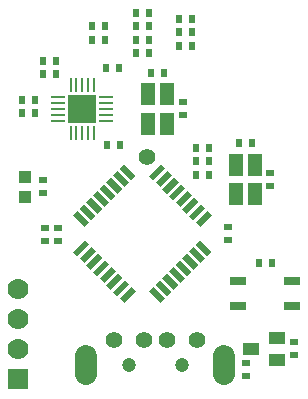
<source format=gts>
From b7320a6b586e8cf12ea126e7ed4320e6d9f53e99 Mon Sep 17 00:00:00 2001
From: opiopan <opiopan@gmail.com>
Date: Mon, 1 Apr 2019 21:26:26 +0900
Subject: add examples

---
 examples/inputs/rcstick-f.GTS | 393 ++++++++++++++++++++++++++++++++++++++++++
 1 file changed, 393 insertions(+)
 create mode 100644 examples/inputs/rcstick-f.GTS

(limited to 'examples/inputs/rcstick-f.GTS')

diff --git a/examples/inputs/rcstick-f.GTS b/examples/inputs/rcstick-f.GTS
new file mode 100644
index 0000000..eb6b2e0
--- /dev/null
+++ b/examples/inputs/rcstick-f.GTS
@@ -0,0 +1,393 @@
+G04 EAGLE Gerber RS-274X export*
+G75*
+%MOMM*%
+%FSLAX34Y34*%
+%LPD*%
+%INSolder Mask top*%
+%IPPOS*%
+%AMOC8*
+5,1,8,0,0,1.08239X$1,22.5*%
+G01*
+%ADD10R,0.700000X0.600000*%
+%ADD11R,0.600000X0.700000*%
+%ADD12C,1.420000*%
+%ADD13C,1.900000*%
+%ADD14C,1.200000*%
+%ADD15R,1.778000X1.778000*%
+%ADD16C,1.778000*%
+%ADD17R,1.080000X1.050000*%
+%ADD18R,1.450000X0.650000*%
+%ADD19R,0.540000X1.400000*%
+%ADD20R,0.280000X1.260000*%
+%ADD21R,1.260000X0.280000*%
+%ADD22R,2.400000X2.400000*%
+%ADD23R,1.400000X1.000000*%
+%ADD24R,1.200000X1.900000*%
+%ADD25C,1.400000*%
+
+
+D10*
+X214630Y29630D03*
+X214630Y18630D03*
+D11*
+X172300Y189230D03*
+X183300Y189230D03*
+X97370Y214630D03*
+X108370Y214630D03*
+X35980Y241300D03*
+X24980Y241300D03*
+X53760Y285750D03*
+X42760Y285750D03*
+X96100Y279400D03*
+X107100Y279400D03*
+X53760Y274320D03*
+X42760Y274320D03*
+D10*
+X255270Y47410D03*
+X255270Y36410D03*
+D11*
+X134200Y275590D03*
+X145200Y275590D03*
+D10*
+X161290Y239610D03*
+X161290Y250610D03*
+D11*
+X84670Y314960D03*
+X95670Y314960D03*
+X84670Y303530D03*
+X95670Y303530D03*
+X121500Y292100D03*
+X132500Y292100D03*
+X121500Y314960D03*
+X132500Y314960D03*
+X158330Y298450D03*
+X169330Y298450D03*
+X169330Y321310D03*
+X158330Y321310D03*
+D10*
+X199390Y145200D03*
+X199390Y134200D03*
+X55880Y132930D03*
+X55880Y143930D03*
+X44450Y132930D03*
+X44450Y143930D03*
+X234950Y179920D03*
+X234950Y190920D03*
+D11*
+X209130Y215900D03*
+X220130Y215900D03*
+X172300Y212090D03*
+X183300Y212090D03*
+X172300Y200660D03*
+X183300Y200660D03*
+D12*
+X173000Y49120D03*
+X148000Y49120D03*
+X128000Y49120D03*
+X103000Y49120D03*
+D13*
+X79500Y35620D02*
+X79500Y20620D01*
+X196500Y20620D02*
+X196500Y35620D01*
+D14*
+X115500Y28120D03*
+X160500Y28120D03*
+D15*
+X21590Y16510D03*
+D16*
+X21590Y41910D03*
+X21590Y67310D03*
+X21590Y92710D03*
+D11*
+X132500Y326390D03*
+X121500Y326390D03*
+X132500Y303530D03*
+X121500Y303530D03*
+X169330Y309880D03*
+X158330Y309880D03*
+D17*
+X27940Y187820D03*
+X27940Y170320D03*
+D11*
+X236640Y114300D03*
+X225640Y114300D03*
+X24980Y252730D03*
+X35980Y252730D03*
+D10*
+X43180Y184570D03*
+X43180Y173570D03*
+D18*
+X208390Y99650D03*
+X253890Y99650D03*
+X208390Y78150D03*
+X253890Y78150D03*
+D19*
+G36*
+X182012Y158932D02*
+X185830Y155114D01*
+X175932Y145216D01*
+X172114Y149034D01*
+X182012Y158932D01*
+G37*
+G36*
+X176355Y164589D02*
+X180173Y160771D01*
+X170275Y150873D01*
+X166457Y154691D01*
+X176355Y164589D01*
+G37*
+G36*
+X170699Y170246D02*
+X174517Y166428D01*
+X164619Y156530D01*
+X160801Y160348D01*
+X170699Y170246D01*
+G37*
+G36*
+X165042Y175903D02*
+X168860Y172085D01*
+X158962Y162187D01*
+X155144Y166005D01*
+X165042Y175903D01*
+G37*
+G36*
+X159385Y181560D02*
+X163203Y177742D01*
+X153305Y167844D01*
+X149487Y171662D01*
+X159385Y181560D01*
+G37*
+G36*
+X153799Y187146D02*
+X157617Y183328D01*
+X147719Y173430D01*
+X143901Y177248D01*
+X153799Y187146D01*
+G37*
+G36*
+X148142Y192803D02*
+X151960Y188985D01*
+X142062Y179087D01*
+X138244Y182905D01*
+X148142Y192803D01*
+G37*
+G36*
+X142485Y198460D02*
+X146303Y194642D01*
+X136405Y184744D01*
+X132587Y188562D01*
+X142485Y198460D01*
+G37*
+G36*
+X107768Y194712D02*
+X111586Y198530D01*
+X121484Y188632D01*
+X117666Y184814D01*
+X107768Y194712D01*
+G37*
+G36*
+X102111Y189055D02*
+X105929Y192873D01*
+X115827Y182975D01*
+X112009Y179157D01*
+X102111Y189055D01*
+G37*
+G36*
+X96454Y183399D02*
+X100272Y187217D01*
+X110170Y177319D01*
+X106352Y173501D01*
+X96454Y183399D01*
+G37*
+G36*
+X90797Y177742D02*
+X94615Y181560D01*
+X104513Y171662D01*
+X100695Y167844D01*
+X90797Y177742D01*
+G37*
+G36*
+X85140Y172085D02*
+X88958Y175903D01*
+X98856Y166005D01*
+X95038Y162187D01*
+X85140Y172085D01*
+G37*
+G36*
+X79483Y166428D02*
+X83301Y170246D01*
+X93199Y160348D01*
+X89381Y156530D01*
+X79483Y166428D01*
+G37*
+G36*
+X73827Y160771D02*
+X77645Y164589D01*
+X87543Y154691D01*
+X83725Y150873D01*
+X73827Y160771D01*
+G37*
+G36*
+X68170Y155114D02*
+X71988Y158932D01*
+X81886Y149034D01*
+X78068Y145216D01*
+X68170Y155114D01*
+G37*
+G36*
+X71988Y120468D02*
+X68170Y124286D01*
+X78068Y134184D01*
+X81886Y130366D01*
+X71988Y120468D01*
+G37*
+G36*
+X77645Y114811D02*
+X73827Y118629D01*
+X83725Y128527D01*
+X87543Y124709D01*
+X77645Y114811D01*
+G37*
+G36*
+X83301Y109154D02*
+X79483Y112972D01*
+X89381Y122870D01*
+X93199Y119052D01*
+X83301Y109154D01*
+G37*
+G36*
+X88958Y103497D02*
+X85140Y107315D01*
+X95038Y117213D01*
+X98856Y113395D01*
+X88958Y103497D01*
+G37*
+G36*
+X94615Y97840D02*
+X90797Y101658D01*
+X100695Y111556D01*
+X104513Y107738D01*
+X94615Y97840D01*
+G37*
+G36*
+X100272Y92183D02*
+X96454Y96001D01*
+X106352Y105899D01*
+X110170Y102081D01*
+X100272Y92183D01*
+G37*
+G36*
+X105929Y86527D02*
+X102111Y90345D01*
+X112009Y100243D01*
+X115827Y96425D01*
+X105929Y86527D01*
+G37*
+G36*
+X111586Y80870D02*
+X107768Y84688D01*
+X117666Y94586D01*
+X121484Y90768D01*
+X111586Y80870D01*
+G37*
+G36*
+X146232Y84688D02*
+X142414Y80870D01*
+X132516Y90768D01*
+X136334Y94586D01*
+X146232Y84688D01*
+G37*
+G36*
+X151889Y90345D02*
+X148071Y86527D01*
+X138173Y96425D01*
+X141991Y100243D01*
+X151889Y90345D01*
+G37*
+G36*
+X157546Y96001D02*
+X153728Y92183D01*
+X143830Y102081D01*
+X147648Y105899D01*
+X157546Y96001D01*
+G37*
+G36*
+X163203Y101658D02*
+X159385Y97840D01*
+X149487Y107738D01*
+X153305Y111556D01*
+X163203Y101658D01*
+G37*
+G36*
+X168860Y107315D02*
+X165042Y103497D01*
+X155144Y113395D01*
+X158962Y117213D01*
+X168860Y107315D01*
+G37*
+G36*
+X174517Y112972D02*
+X170699Y109154D01*
+X160801Y119052D01*
+X164619Y122870D01*
+X174517Y112972D01*
+G37*
+G36*
+X180173Y118629D02*
+X176355Y114811D01*
+X166457Y124709D01*
+X170275Y128527D01*
+X180173Y118629D01*
+G37*
+G36*
+X185830Y124286D02*
+X182012Y120468D01*
+X172114Y130366D01*
+X175932Y134184D01*
+X185830Y124286D01*
+G37*
+D20*
+X66200Y224810D03*
+X71200Y224810D03*
+X76200Y224810D03*
+X81200Y224810D03*
+X86200Y224810D03*
+D21*
+X96500Y235110D03*
+X96500Y240110D03*
+X96500Y245110D03*
+X96500Y250110D03*
+X96500Y255110D03*
+D20*
+X86200Y265410D03*
+X81200Y265410D03*
+X76200Y265410D03*
+X71200Y265410D03*
+X66200Y265410D03*
+D21*
+X55900Y255110D03*
+X55900Y250110D03*
+X55900Y245110D03*
+X55900Y240110D03*
+X55900Y235110D03*
+D22*
+X76200Y245110D03*
+D14*
+X76200Y245110D03*
+D23*
+X218870Y41910D03*
+X240870Y51410D03*
+X240870Y32410D03*
+D24*
+X222630Y172820D03*
+X222630Y198020D03*
+X206630Y198020D03*
+X206630Y172820D03*
+X131700Y257710D03*
+X131700Y232510D03*
+X147700Y232510D03*
+X147700Y257710D03*
+D25*
+X130810Y204470D03*
+M02*
-- 
cgit 


</source>
